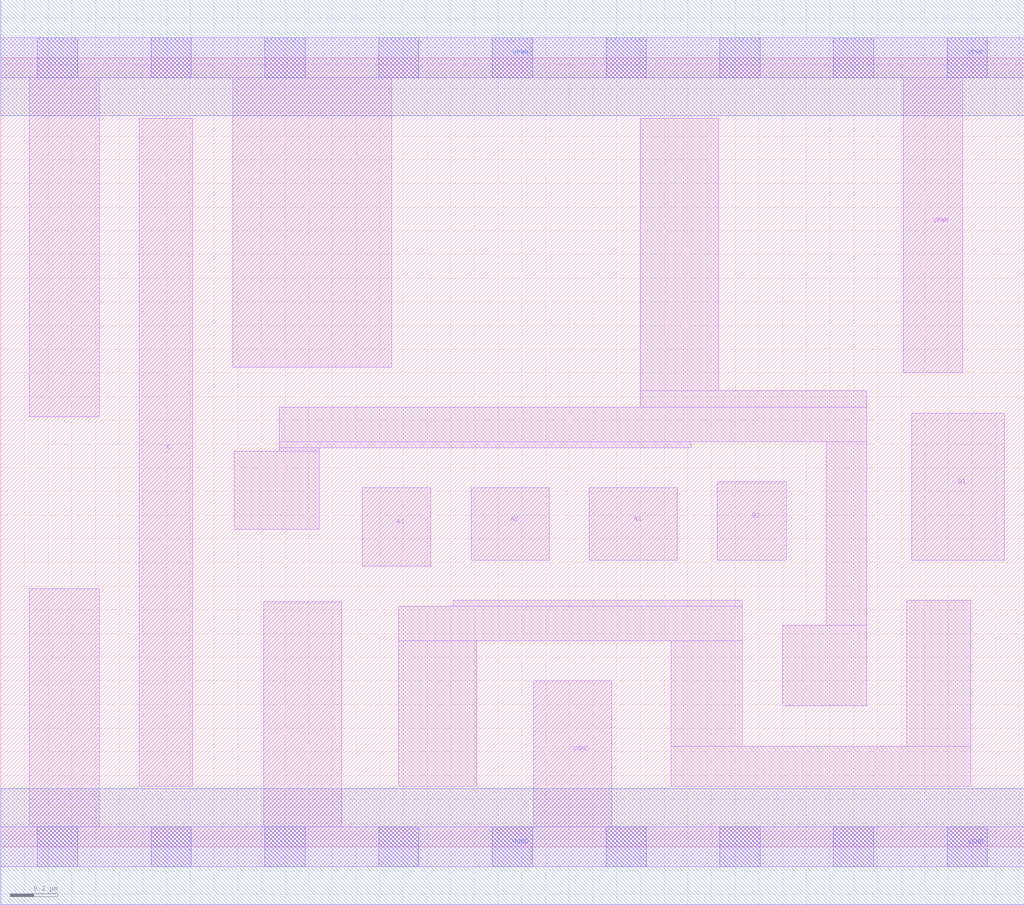
<source format=lef>
# Copyright 2020 The SkyWater PDK Authors
#
# Licensed under the Apache License, Version 2.0 (the "License");
# you may not use this file except in compliance with the License.
# You may obtain a copy of the License at
#
#     https://www.apache.org/licenses/LICENSE-2.0
#
# Unless required by applicable law or agreed to in writing, software
# distributed under the License is distributed on an "AS IS" BASIS,
# WITHOUT WARRANTIES OR CONDITIONS OF ANY KIND, either express or implied.
# See the License for the specific language governing permissions and
# limitations under the License.
#
# SPDX-License-Identifier: Apache-2.0

VERSION 5.7 ;
  NAMESCASESENSITIVE ON ;
  NOWIREEXTENSIONATPIN ON ;
  DIVIDERCHAR "/" ;
  BUSBITCHARS "[]" ;
UNITS
  DATABASE MICRONS 200 ;
END UNITS
MACRO sky130_fd_sc_lp__o32a_2
  CLASS CORE ;
  SOURCE USER ;
  FOREIGN sky130_fd_sc_lp__o32a_2 ;
  ORIGIN  0.000000  0.000000 ;
  SIZE  4.320000 BY  3.330000 ;
  SYMMETRY X Y R90 ;
  SITE unit ;
  PIN A1
    ANTENNAGATEAREA  0.315000 ;
    DIRECTION INPUT ;
    USE SIGNAL ;
    PORT
      LAYER li1 ;
        RECT 1.525000 1.185000 1.815000 1.515000 ;
    END
  END A1
  PIN A2
    ANTENNAGATEAREA  0.315000 ;
    DIRECTION INPUT ;
    USE SIGNAL ;
    PORT
      LAYER li1 ;
        RECT 1.985000 1.210000 2.315000 1.515000 ;
    END
  END A2
  PIN A3
    ANTENNAGATEAREA  0.315000 ;
    DIRECTION INPUT ;
    USE SIGNAL ;
    PORT
      LAYER li1 ;
        RECT 2.485000 1.210000 2.855000 1.515000 ;
    END
  END A3
  PIN B1
    ANTENNAGATEAREA  0.315000 ;
    DIRECTION INPUT ;
    USE SIGNAL ;
    PORT
      LAYER li1 ;
        RECT 3.845000 1.210000 4.235000 1.830000 ;
    END
  END B1
  PIN B2
    ANTENNAGATEAREA  0.315000 ;
    DIRECTION INPUT ;
    USE SIGNAL ;
    PORT
      LAYER li1 ;
        RECT 3.025000 1.210000 3.315000 1.540000 ;
    END
  END B2
  PIN X
    ANTENNADIFFAREA  0.588000 ;
    DIRECTION OUTPUT ;
    USE SIGNAL ;
    PORT
      LAYER li1 ;
        RECT 0.585000 0.255000 0.810000 3.075000 ;
    END
  END X
  PIN VGND
    DIRECTION INOUT ;
    USE GROUND ;
    PORT
      LAYER li1 ;
        RECT 0.000000 -0.085000 4.320000 0.085000 ;
        RECT 0.120000  0.085000 0.415000 1.090000 ;
        RECT 1.110000  0.085000 1.440000 1.035000 ;
        RECT 2.250000  0.085000 2.580000 0.700000 ;
      LAYER mcon ;
        RECT 0.155000 -0.085000 0.325000 0.085000 ;
        RECT 0.635000 -0.085000 0.805000 0.085000 ;
        RECT 1.115000 -0.085000 1.285000 0.085000 ;
        RECT 1.595000 -0.085000 1.765000 0.085000 ;
        RECT 2.075000 -0.085000 2.245000 0.085000 ;
        RECT 2.555000 -0.085000 2.725000 0.085000 ;
        RECT 3.035000 -0.085000 3.205000 0.085000 ;
        RECT 3.515000 -0.085000 3.685000 0.085000 ;
        RECT 3.995000 -0.085000 4.165000 0.085000 ;
      LAYER met1 ;
        RECT 0.000000 -0.245000 4.320000 0.245000 ;
    END
  END VGND
  PIN VPWR
    DIRECTION INOUT ;
    USE POWER ;
    PORT
      LAYER li1 ;
        RECT 0.000000 3.245000 4.320000 3.415000 ;
        RECT 0.120000 1.815000 0.415000 3.245000 ;
        RECT 0.980000 2.025000 1.650000 3.245000 ;
        RECT 3.810000 2.000000 4.060000 3.245000 ;
      LAYER mcon ;
        RECT 0.155000 3.245000 0.325000 3.415000 ;
        RECT 0.635000 3.245000 0.805000 3.415000 ;
        RECT 1.115000 3.245000 1.285000 3.415000 ;
        RECT 1.595000 3.245000 1.765000 3.415000 ;
        RECT 2.075000 3.245000 2.245000 3.415000 ;
        RECT 2.555000 3.245000 2.725000 3.415000 ;
        RECT 3.035000 3.245000 3.205000 3.415000 ;
        RECT 3.515000 3.245000 3.685000 3.415000 ;
        RECT 3.995000 3.245000 4.165000 3.415000 ;
      LAYER met1 ;
        RECT 0.000000 3.085000 4.320000 3.575000 ;
    END
  END VPWR
  OBS
    LAYER li1 ;
      RECT 0.985000 1.340000 1.345000 1.670000 ;
      RECT 1.175000 1.670000 1.345000 1.685000 ;
      RECT 1.175000 1.685000 2.915000 1.710000 ;
      RECT 1.175000 1.710000 3.655000 1.855000 ;
      RECT 1.680000 0.255000 2.010000 0.870000 ;
      RECT 1.680000 0.870000 3.130000 1.015000 ;
      RECT 1.910000 1.015000 3.130000 1.040000 ;
      RECT 2.700000 1.855000 3.655000 1.925000 ;
      RECT 2.700000 1.925000 3.030000 3.075000 ;
      RECT 2.830000 0.255000 4.095000 0.425000 ;
      RECT 2.830000 0.425000 3.130000 0.870000 ;
      RECT 3.300000 0.595000 3.655000 0.935000 ;
      RECT 3.485000 0.935000 3.655000 1.710000 ;
      RECT 3.825000 0.425000 4.095000 1.040000 ;
  END
END sky130_fd_sc_lp__o32a_2

</source>
